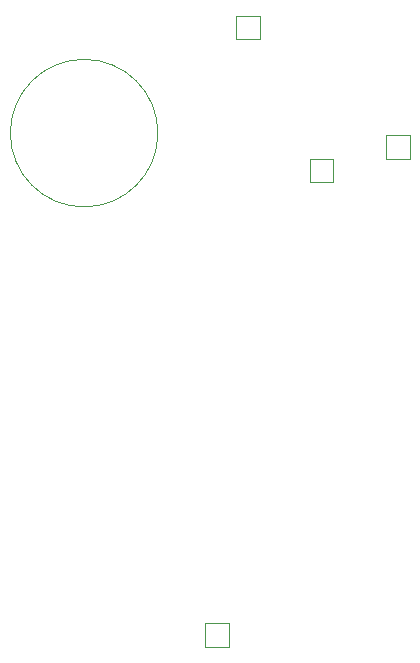
<source format=gbr>
%TF.GenerationSoftware,KiCad,Pcbnew,8.0.7*%
%TF.CreationDate,2025-01-08T02:27:14-05:00*%
%TF.ProjectId,active-drag-system,61637469-7665-42d6-9472-61672d737973,rev?*%
%TF.SameCoordinates,Original*%
%TF.FileFunction,Other,User*%
%FSLAX46Y46*%
G04 Gerber Fmt 4.6, Leading zero omitted, Abs format (unit mm)*
G04 Created by KiCad (PCBNEW 8.0.7) date 2025-01-08 02:27:14*
%MOMM*%
%LPD*%
G01*
G04 APERTURE LIST*
%ADD10C,0.050000*%
G04 APERTURE END LIST*
D10*
%TO.C,TP3*%
X152550000Y-94650000D02*
X152550000Y-96650000D01*
X152550000Y-94650000D02*
X154550000Y-94650000D01*
X154550000Y-96650000D02*
X152550000Y-96650000D01*
X154550000Y-96650000D02*
X154550000Y-94650000D01*
%TO.C,TP2*%
X159050000Y-92650000D02*
X159050000Y-94650000D01*
X159050000Y-92650000D02*
X161050000Y-92650000D01*
X161050000Y-94650000D02*
X159050000Y-94650000D01*
X161050000Y-94650000D02*
X161050000Y-92650000D01*
%TO.C,TP1*%
X146350000Y-82550000D02*
X146350000Y-84550000D01*
X146350000Y-82550000D02*
X148350000Y-82550000D01*
X148350000Y-84550000D02*
X146350000Y-84550000D01*
X148350000Y-84550000D02*
X148350000Y-82550000D01*
%TO.C,TP8*%
X143700000Y-134000000D02*
X143700000Y-136000000D01*
X143700000Y-134000000D02*
X145700000Y-134000000D01*
X145700000Y-136000000D02*
X143700000Y-136000000D01*
X145700000Y-136000000D02*
X145700000Y-134000000D01*
%TO.C,BZ1*%
X139700000Y-92500000D02*
G75*
G02*
X127200000Y-92500000I-6250000J0D01*
G01*
X127200000Y-92500000D02*
G75*
G02*
X139700000Y-92500000I6250000J0D01*
G01*
%TD*%
M02*

</source>
